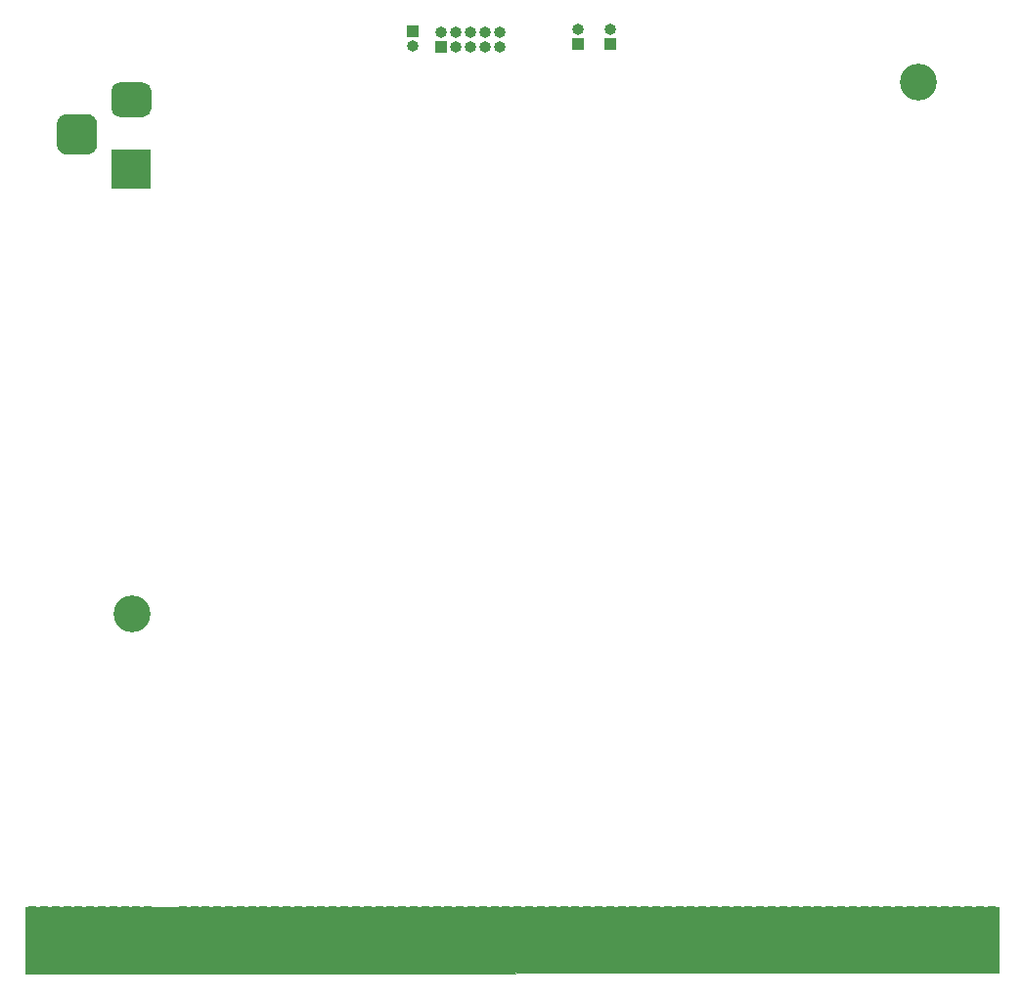
<source format=gbr>
%TF.GenerationSoftware,KiCad,Pcbnew,5.99.0+really5.1.10+dfsg1-1*%
%TF.CreationDate,2021-09-13T00:49:02-04:00*%
%TF.ProjectId,ECP5_BOARD,45435035-5f42-44f4-9152-442e6b696361,rev?*%
%TF.SameCoordinates,Original*%
%TF.FileFunction,Soldermask,Bot*%
%TF.FilePolarity,Negative*%
%FSLAX46Y46*%
G04 Gerber Fmt 4.6, Leading zero omitted, Abs format (unit mm)*
G04 Created by KiCad (PCBNEW 5.99.0+really5.1.10+dfsg1-1) date 2021-09-13 00:49:02*
%MOMM*%
%LPD*%
G01*
G04 APERTURE LIST*
%ADD10C,0.100000*%
%ADD11C,3.200000*%
%ADD12R,3.500000X3.500000*%
%ADD13R,0.700000X4.300000*%
%ADD14R,0.700000X3.200000*%
%ADD15O,1.000000X1.000000*%
%ADD16R,1.000000X1.000000*%
G04 APERTURE END LIST*
D10*
G36*
X183000000Y-112100000D02*
G01*
X98700000Y-112200000D01*
X98700000Y-106400000D01*
X183000000Y-106400000D01*
X183000000Y-112100000D01*
G37*
X183000000Y-112100000D02*
X98700000Y-112200000D01*
X98700000Y-106400000D01*
X183000000Y-106400000D01*
X183000000Y-112100000D01*
D11*
%TO.C,REF\u002A\u002A*%
X108000000Y-81000000D03*
%TD*%
%TO.C,REF\u002A\u002A*%
X176000000Y-35000000D03*
%TD*%
%TO.C,J2*%
G36*
G01*
X102325000Y-37750000D02*
X104075000Y-37750000D01*
G75*
G02*
X104950000Y-38625000I0J-875000D01*
G01*
X104950000Y-40375000D01*
G75*
G02*
X104075000Y-41250000I-875000J0D01*
G01*
X102325000Y-41250000D01*
G75*
G02*
X101450000Y-40375000I0J875000D01*
G01*
X101450000Y-38625000D01*
G75*
G02*
X102325000Y-37750000I875000J0D01*
G01*
G37*
G36*
G01*
X106900000Y-35000000D02*
X108900000Y-35000000D01*
G75*
G02*
X109650000Y-35750000I0J-750000D01*
G01*
X109650000Y-37250000D01*
G75*
G02*
X108900000Y-38000000I-750000J0D01*
G01*
X106900000Y-38000000D01*
G75*
G02*
X106150000Y-37250000I0J750000D01*
G01*
X106150000Y-35750000D01*
G75*
G02*
X106900000Y-35000000I750000J0D01*
G01*
G37*
D12*
X107900000Y-42500000D03*
%TD*%
D13*
%TO.C,X1*%
X182350000Y-108500000D03*
X181350000Y-108500000D03*
X180350000Y-108500000D03*
X179350000Y-108500000D03*
X178350000Y-108500000D03*
X177350000Y-108500000D03*
X176350000Y-108500000D03*
X175350000Y-108500000D03*
X174350000Y-108500000D03*
X173350000Y-108500000D03*
X172350000Y-108500000D03*
X171350000Y-108500000D03*
X170350000Y-108500000D03*
X169350000Y-108500000D03*
X168350000Y-108500000D03*
X167350000Y-108500000D03*
X166350000Y-108500000D03*
X165350000Y-108500000D03*
X164350000Y-108500000D03*
X163350000Y-108500000D03*
X162350000Y-108500000D03*
X161350000Y-108500000D03*
X160350000Y-108500000D03*
X159350000Y-108500000D03*
X158350000Y-108500000D03*
X157350000Y-108500000D03*
X156350000Y-108500000D03*
X155350000Y-108500000D03*
X154350000Y-108500000D03*
X153350000Y-108500000D03*
X152350000Y-108500000D03*
X151350000Y-108500000D03*
X150350000Y-108500000D03*
X149350000Y-108500000D03*
X148350000Y-108500000D03*
X147350000Y-108500000D03*
X146350000Y-108500000D03*
X145350000Y-108500000D03*
X144350000Y-108500000D03*
X143350000Y-108500000D03*
X142350000Y-108500000D03*
X113350000Y-108500000D03*
X112350000Y-108500000D03*
X118350000Y-108500000D03*
X117350000Y-108500000D03*
X116350000Y-108500000D03*
X115350000Y-108500000D03*
X114350000Y-108500000D03*
X109350000Y-108500000D03*
X108350000Y-108500000D03*
X107350000Y-108500000D03*
X106350000Y-108500000D03*
X105350000Y-108500000D03*
X104350000Y-108500000D03*
X103350000Y-108500000D03*
X102350000Y-108500000D03*
X101350000Y-108500000D03*
X100350000Y-108500000D03*
D14*
X99350000Y-107950000D03*
D13*
X119350000Y-108500000D03*
X120350000Y-108500000D03*
X121350000Y-108500000D03*
X122350000Y-108500000D03*
X123350000Y-108500000D03*
X124350000Y-108500000D03*
X125350000Y-108500000D03*
X126350000Y-108500000D03*
X127350000Y-108500000D03*
X128350000Y-108500000D03*
X129350000Y-108500000D03*
X130350000Y-108500000D03*
X131350000Y-108500000D03*
X132350000Y-108500000D03*
X133350000Y-108500000D03*
X134350000Y-108500000D03*
X135350000Y-108500000D03*
X136350000Y-108500000D03*
X137350000Y-108500000D03*
X138350000Y-108500000D03*
X139350000Y-108500000D03*
X140350000Y-108500000D03*
X141350000Y-108500000D03*
%TD*%
D15*
%TO.C,JP3*%
X149400000Y-30430000D03*
D16*
X149400000Y-31700000D03*
%TD*%
D15*
%TO.C,JP2*%
X146600000Y-30430000D03*
D16*
X146600000Y-31700000D03*
%TD*%
D15*
%TO.C,JP1*%
X132300000Y-31870000D03*
D16*
X132300000Y-30600000D03*
%TD*%
D15*
%TO.C,J1*%
X139780000Y-30630000D03*
X139780000Y-31900000D03*
X138510000Y-30630000D03*
X138510000Y-31900000D03*
X137240000Y-30630000D03*
X137240000Y-31900000D03*
X135970000Y-30630000D03*
X135970000Y-31900000D03*
X134700000Y-30630000D03*
D16*
X134700000Y-31900000D03*
%TD*%
M02*

</source>
